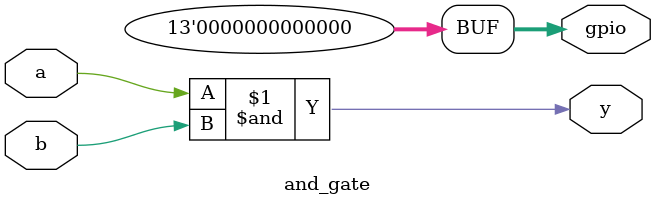
<source format=v>
module and_gate(a, b, y, gpio);

    // Declarations
    input a;
    input b;
    output y;
    output [12:0] gpio;

    // Blank GPIO
    assign gpio = 0;

    // Logic (Behaviour)
    assign y = a & b;   // a AND b

    // Logic (Gate) 
    // and(y, a, b);   // a AND b

endmodule
</source>
